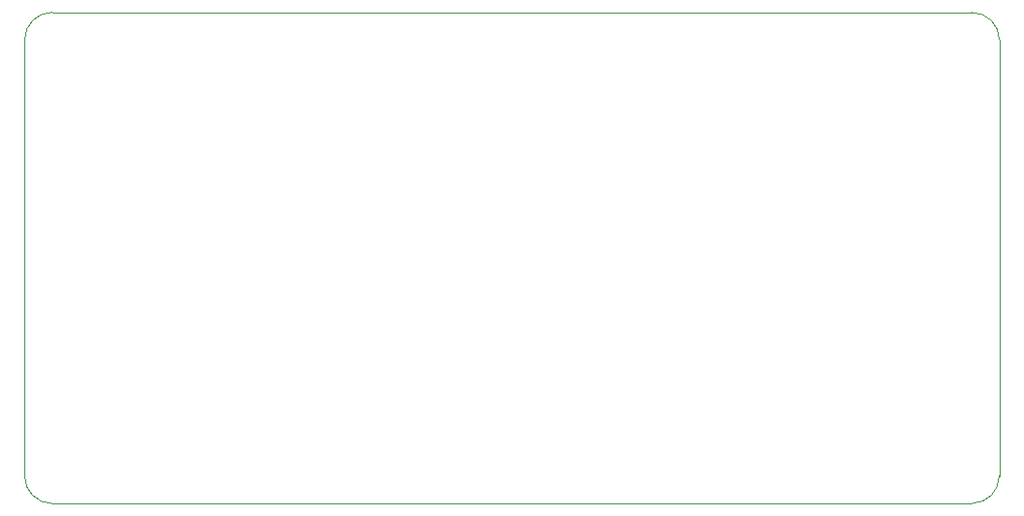
<source format=gbr>
G04 #@! TF.GenerationSoftware,KiCad,Pcbnew,(5.1.5)-3*
G04 #@! TF.CreationDate,2019-12-18T23:42:08-07:00*
G04 #@! TF.ProjectId,MiniV1,4d696e69-5631-42e6-9b69-6361645f7063,rev?*
G04 #@! TF.SameCoordinates,Original*
G04 #@! TF.FileFunction,Profile,NP*
%FSLAX46Y46*%
G04 Gerber Fmt 4.6, Leading zero omitted, Abs format (unit mm)*
G04 Created by KiCad (PCBNEW (5.1.5)-3) date 2019-12-18 23:42:08*
%MOMM*%
%LPD*%
G04 APERTURE LIST*
%ADD10C,0.050000*%
G04 APERTURE END LIST*
D10*
X74612500Y-55562500D02*
G75*
G02X76993750Y-53181250I2381250J0D01*
G01*
X76993750Y-96043750D02*
G75*
G02X74612500Y-93662500I0J2381250D01*
G01*
X159543750Y-93662500D02*
G75*
G02X157162500Y-96043750I-2381250J0D01*
G01*
X157162500Y-53181250D02*
G75*
G02X159543750Y-55562500I0J-2381250D01*
G01*
X159543750Y-93662500D02*
X159543750Y-55562500D01*
X76993750Y-96043750D02*
X157162500Y-96043750D01*
X74612500Y-55562500D02*
X74612500Y-93662500D01*
X157162500Y-53181250D02*
X76993750Y-53181250D01*
M02*

</source>
